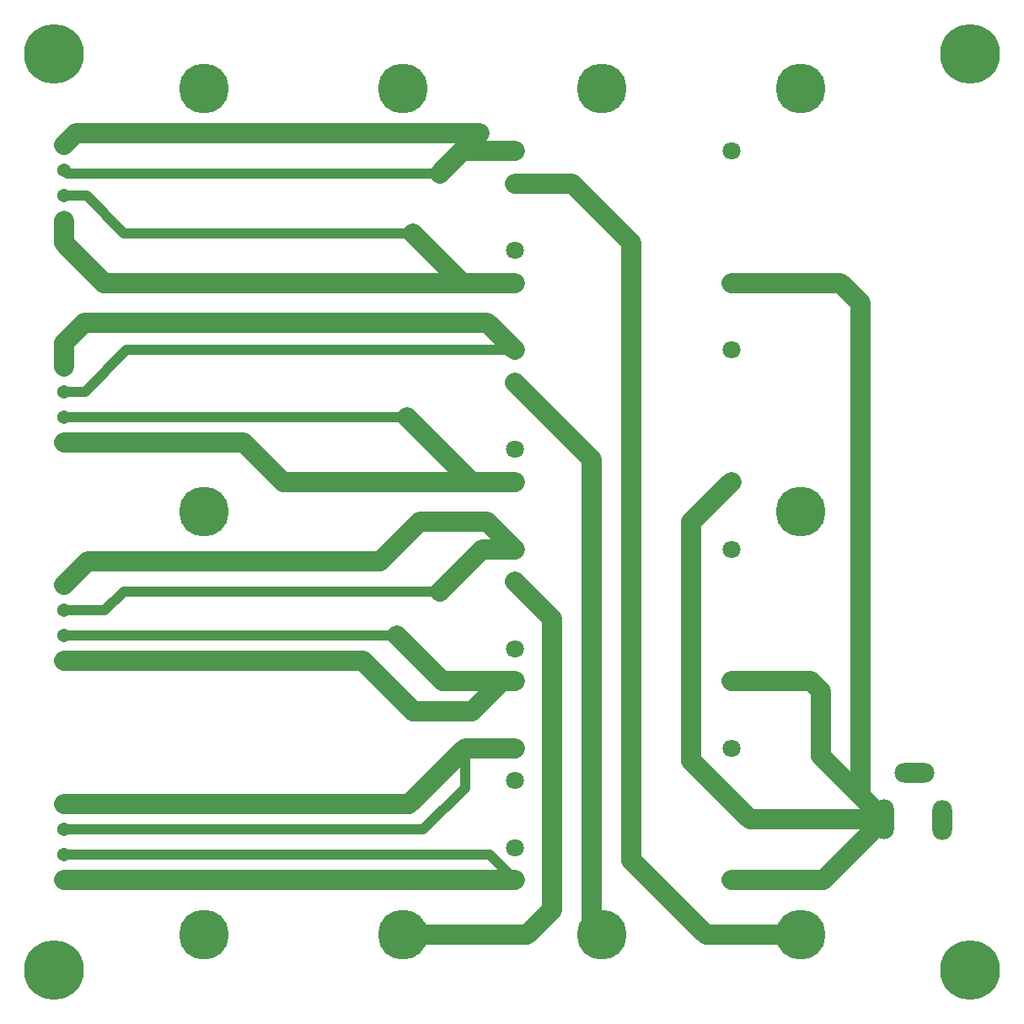
<source format=gtl>
G04*
G04 #@! TF.GenerationSoftware,Altium Limited,CircuitStudio,1.5.2 (1.5.2.30)*
G04*
G04 Layer_Physical_Order=1*
G04 Layer_Color=13311*
%FSLAX44Y44*%
%MOMM*%
G71*
G01*
G75*
%ADD10C,1.0000*%
%ADD11C,2.0000*%
%ADD12O,2.0000X4.0000*%
%ADD13O,4.0000X2.0000*%
%ADD14C,1.3700*%
%ADD15R,1.3700X1.3700*%
%ADD16C,1.8000*%
%ADD17C,5.0000*%
%ADD18C,6.0000*%
D10*
X731170Y409330D02*
X756500Y384000D01*
X304000Y409330D02*
X731170D01*
X706500Y476500D02*
Y516500D01*
X664730Y434730D02*
X706500Y476500D01*
X304000Y434730D02*
X664730D01*
X306920Y1094000D02*
X681500D01*
X304000Y1096920D02*
X306920Y1094000D01*
X366500Y916500D02*
X756500D01*
X324800Y874800D02*
X366500Y916500D01*
X304000Y874800D02*
X324800D01*
X364000Y674000D02*
X681500D01*
X344800Y654800D02*
X364000Y674000D01*
X304000Y629400D02*
X638600D01*
X304000Y654800D02*
X344800D01*
X304000Y849400D02*
X648600D01*
X304000Y1071520D02*
X326480D01*
X364000Y1034000D01*
X654000D01*
D11*
X681500Y1094000D02*
X721500Y1134000D01*
X1054000Y584000D02*
X1064000Y574000D01*
Y509000D02*
Y574000D01*
Y509000D02*
X1128000Y445000D01*
X974000Y584000D02*
X1054000D01*
X1084000Y984000D02*
X1104000Y964000D01*
Y469000D02*
Y964000D01*
Y469000D02*
X1128000Y445000D01*
X814000Y1084000D02*
X874000Y1024000D01*
Y404000D02*
Y1024000D01*
Y404000D02*
X949000Y329000D01*
X756500Y884000D02*
X834000Y806500D01*
Y339000D02*
Y806500D01*
Y339000D02*
X844000Y329000D01*
X304000Y1122320D02*
X315680Y1134000D01*
X721500D01*
X324000Y944000D02*
X729000D01*
X304000Y924000D02*
X324000Y944000D01*
X304000Y900200D02*
Y924000D01*
X729000Y944000D02*
X756500Y916500D01*
X484000Y824000D02*
X524000Y784000D01*
X304000Y824000D02*
X484000D01*
X524000Y784000D02*
X714000D01*
X648600Y849400D02*
X714000Y784000D01*
X756500D01*
X621500Y704000D02*
X661500Y744000D01*
X327800Y704000D02*
X621500D01*
X304000Y680200D02*
X327800Y704000D01*
X681500Y674000D02*
X724000Y716500D01*
X604000Y604000D02*
X654000Y554000D01*
X304000Y604000D02*
X604000D01*
X684000Y584000D02*
X744000D01*
X638600Y629400D02*
X684000Y584000D01*
X654000Y554000D02*
X714000D01*
X744000Y584000D01*
X756500D01*
X661500Y744000D02*
X729000D01*
X756500Y716500D01*
X794000Y354000D02*
Y646500D01*
X769000Y329000D02*
X794000Y354000D01*
X644000Y329000D02*
X769000D01*
X993000Y445000D02*
X1113000D01*
X974000Y984000D02*
X1084000D01*
X934000Y504000D02*
X993000Y445000D01*
X934000Y504000D02*
Y744000D01*
X974000Y784000D01*
X1067000Y384000D02*
X1128000Y445000D01*
X974000Y384000D02*
X1067000D01*
X756500Y1084000D02*
X814000D01*
X949000Y329000D02*
X1044000D01*
X756500Y684000D02*
X794000Y646500D01*
X304070Y384000D02*
X756500D01*
X706500Y516500D02*
X756500D01*
X650130Y460130D02*
X706500Y516500D01*
X304000Y460130D02*
X650130D01*
X724000Y716500D02*
X756500D01*
X344000Y984000D02*
X704000D01*
X654000Y1034000D02*
X704000Y984000D01*
X756500D01*
X304000Y1024000D02*
Y1046120D01*
Y1024000D02*
X344000Y984000D01*
X704000Y1116500D02*
X756500D01*
D12*
X1128000Y445000D02*
D03*
X1186000Y444000D02*
D03*
D13*
X1158000Y492000D02*
D03*
D14*
X304000Y680200D02*
D03*
Y654800D02*
D03*
Y629400D02*
D03*
Y460130D02*
D03*
Y434730D02*
D03*
Y409330D02*
D03*
Y900200D02*
D03*
Y874800D02*
D03*
Y849400D02*
D03*
Y1122320D02*
D03*
Y1096920D02*
D03*
Y1071520D02*
D03*
D15*
Y604000D02*
D03*
Y383930D02*
D03*
Y824000D02*
D03*
Y1046120D02*
D03*
D16*
X974000Y584000D02*
D03*
Y716500D02*
D03*
X756500D02*
D03*
Y684000D02*
D03*
Y616500D02*
D03*
Y584000D02*
D03*
X974000Y384000D02*
D03*
Y516500D02*
D03*
X756500D02*
D03*
Y484000D02*
D03*
Y416500D02*
D03*
Y384000D02*
D03*
X974000Y784000D02*
D03*
Y916500D02*
D03*
X756500D02*
D03*
Y884000D02*
D03*
Y816500D02*
D03*
Y784000D02*
D03*
X974000Y984000D02*
D03*
Y1116500D02*
D03*
X756500D02*
D03*
Y1084000D02*
D03*
Y1016500D02*
D03*
Y984000D02*
D03*
D17*
X1044000Y754000D02*
D03*
X444000D02*
D03*
X1044000Y1179000D02*
D03*
X444000D02*
D03*
Y329000D02*
D03*
X1044000D02*
D03*
X844000D02*
D03*
X644000D02*
D03*
X844000Y1179000D02*
D03*
X644000D02*
D03*
D18*
X294000Y1214000D02*
D03*
X1214000D02*
D03*
Y294000D02*
D03*
X294000D02*
D03*
M02*

</source>
